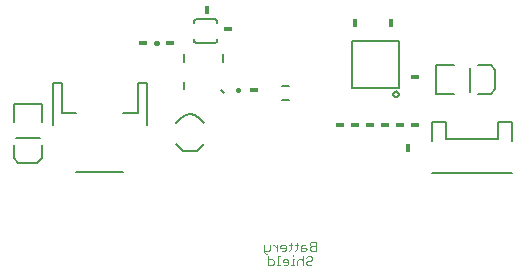
<source format=gbo>
G75*
G70*
%OFA0B0*%
%FSLAX24Y24*%
%IPPOS*%
%LPD*%
%AMOC8*
5,1,8,0,0,1.08239X$1,22.5*
%
%ADD10C,0.0030*%
%ADD11C,0.0050*%
%ADD12C,0.0080*%
%ADD13R,0.0280X0.0160*%
%ADD14R,0.0160X0.0280*%
%ADD15C,0.0160*%
%ADD16C,0.0060*%
D10*
X012478Y000653D02*
X012526Y000605D01*
X012574Y000605D01*
X012600Y000512D02*
X012600Y000222D01*
X012746Y000222D01*
X012794Y000270D01*
X012794Y000367D01*
X012746Y000415D01*
X012600Y000415D01*
X012478Y000653D02*
X012478Y000895D01*
X012671Y000895D02*
X012671Y000750D01*
X012623Y000702D01*
X012478Y000702D01*
X012772Y000895D02*
X012820Y000895D01*
X012917Y000798D01*
X012917Y000702D02*
X012917Y000895D01*
X013018Y000847D02*
X013018Y000798D01*
X013211Y000798D01*
X013211Y000750D02*
X013211Y000847D01*
X013163Y000895D01*
X013066Y000895D01*
X013018Y000847D01*
X013066Y000702D02*
X013163Y000702D01*
X013211Y000750D01*
X013311Y000702D02*
X013359Y000750D01*
X013359Y000944D01*
X013311Y000895D02*
X013408Y000895D01*
X013507Y000895D02*
X013604Y000895D01*
X013556Y000944D02*
X013556Y000750D01*
X013507Y000702D01*
X013433Y000560D02*
X013433Y000512D01*
X013433Y000415D02*
X013433Y000222D01*
X013481Y000222D02*
X013385Y000222D01*
X013285Y000270D02*
X013237Y000222D01*
X013140Y000222D01*
X013092Y000318D02*
X013285Y000318D01*
X013285Y000270D02*
X013285Y000367D01*
X013237Y000415D01*
X013140Y000415D01*
X013092Y000367D01*
X013092Y000318D01*
X012990Y000222D02*
X012894Y000222D01*
X012942Y000222D02*
X012942Y000512D01*
X012990Y000512D01*
X013433Y000415D02*
X013481Y000415D01*
X013583Y000367D02*
X013583Y000222D01*
X013583Y000367D02*
X013631Y000415D01*
X013728Y000415D01*
X013776Y000367D01*
X013877Y000318D02*
X013877Y000270D01*
X013926Y000222D01*
X014022Y000222D01*
X014071Y000270D01*
X014022Y000367D02*
X013926Y000367D01*
X013877Y000318D01*
X013776Y000222D02*
X013776Y000512D01*
X013877Y000464D02*
X013926Y000512D01*
X014022Y000512D01*
X014071Y000464D01*
X014071Y000415D01*
X014022Y000367D01*
X014048Y000702D02*
X014194Y000702D01*
X014194Y000992D01*
X014048Y000992D01*
X014000Y000944D01*
X014000Y000895D01*
X014048Y000847D01*
X014194Y000847D01*
X014048Y000847D02*
X014000Y000798D01*
X014000Y000750D01*
X014048Y000702D01*
X013899Y000750D02*
X013850Y000798D01*
X013705Y000798D01*
X013705Y000847D02*
X013705Y000702D01*
X013850Y000702D01*
X013899Y000750D01*
X013850Y000895D02*
X013754Y000895D01*
X013705Y000847D01*
D11*
X016781Y005922D02*
X016783Y005940D01*
X016789Y005958D01*
X016798Y005974D01*
X016810Y005987D01*
X016825Y005998D01*
X016842Y006006D01*
X016860Y006010D01*
X016878Y006010D01*
X016896Y006006D01*
X016913Y005998D01*
X016928Y005987D01*
X016940Y005974D01*
X016949Y005958D01*
X016955Y005940D01*
X016957Y005922D01*
X016955Y005904D01*
X016949Y005886D01*
X016940Y005870D01*
X016928Y005857D01*
X016913Y005846D01*
X016896Y005838D01*
X016878Y005834D01*
X016860Y005834D01*
X016842Y005838D01*
X016825Y005846D01*
X016810Y005857D01*
X016798Y005870D01*
X016789Y005886D01*
X016783Y005904D01*
X016781Y005922D01*
X016987Y006119D02*
X015413Y006119D01*
X015413Y007694D01*
X016987Y007694D01*
X016987Y006119D01*
X019350Y006007D02*
X019350Y006807D01*
X005000Y004457D02*
X004200Y004457D01*
D12*
X004128Y004213D02*
X004128Y003780D01*
X004285Y003622D01*
X004915Y003622D01*
X005072Y003780D01*
X005072Y004213D01*
X005425Y004900D02*
X005425Y006278D01*
X005740Y006278D01*
X005740Y005294D01*
X006213Y005294D01*
X005072Y005000D02*
X005072Y005591D01*
X004128Y005591D01*
X004128Y005000D01*
X006213Y003326D02*
X007787Y003326D01*
X008575Y004900D02*
X008575Y006278D01*
X008260Y006278D01*
X008260Y005294D01*
X007787Y005294D01*
X009528Y004961D02*
X009733Y005148D01*
X009763Y005173D01*
X009795Y005195D01*
X009830Y005213D01*
X009866Y005228D01*
X009903Y005240D01*
X009941Y005248D01*
X009980Y005252D01*
X010020Y005252D01*
X010059Y005248D01*
X010097Y005240D01*
X010134Y005228D01*
X010170Y005213D01*
X010205Y005195D01*
X010237Y005173D01*
X010267Y005148D01*
X010472Y004961D01*
X010472Y004252D02*
X010236Y004016D01*
X009764Y004016D01*
X009528Y004252D01*
X011139Y005968D02*
X011041Y006066D01*
X011100Y006987D02*
X011100Y007247D01*
X010835Y007633D02*
X010205Y007633D01*
X010189Y007638D01*
X010173Y007646D01*
X010159Y007656D01*
X010147Y007668D01*
X010137Y007683D01*
X010130Y007699D01*
X010126Y007716D01*
X010125Y007733D01*
X010127Y007751D01*
X009800Y007247D02*
X009800Y006987D01*
X009800Y006337D02*
X009800Y006077D01*
X010835Y007633D02*
X010851Y007638D01*
X010867Y007646D01*
X010881Y007656D01*
X010893Y007668D01*
X010903Y007683D01*
X010910Y007699D01*
X010914Y007716D01*
X010915Y007733D01*
X010913Y007751D01*
X010913Y008302D02*
X010915Y008320D01*
X010914Y008337D01*
X010910Y008354D01*
X010903Y008370D01*
X010893Y008385D01*
X010881Y008397D01*
X010867Y008407D01*
X010851Y008415D01*
X010835Y008420D01*
X010205Y008420D01*
X010189Y008415D01*
X010173Y008407D01*
X010159Y008397D01*
X010147Y008385D01*
X010137Y008370D01*
X010130Y008354D01*
X010126Y008337D01*
X010125Y008320D01*
X010127Y008302D01*
X018061Y004989D02*
X018061Y004359D01*
X018534Y004438D02*
X018534Y004989D01*
X018061Y004989D01*
X018534Y004438D02*
X020266Y004438D01*
X020266Y004989D01*
X020739Y004989D01*
X020739Y004359D01*
X020739Y003296D02*
X018061Y003296D01*
X018216Y005934D02*
X018806Y005934D01*
X018216Y005934D02*
X018216Y006879D01*
X018806Y006879D01*
X019594Y006879D02*
X020027Y006879D01*
X020184Y006722D01*
X020184Y006092D01*
X020027Y005934D01*
X019594Y005934D01*
D13*
X017500Y006507D03*
X017500Y004907D03*
X017000Y004907D03*
X016500Y004907D03*
X016000Y004907D03*
X015500Y004907D03*
X015000Y004907D03*
X012150Y006057D03*
X011280Y008087D03*
X009330Y007627D03*
X008440Y007627D03*
D14*
X010560Y008717D03*
X015500Y008307D03*
X016700Y008307D03*
X017260Y004127D03*
D15*
X011612Y006057D02*
X011588Y006057D01*
X008902Y007627D02*
X008878Y007627D01*
D16*
X013082Y006193D02*
X013318Y006193D01*
X013318Y005720D02*
X013082Y005720D01*
M02*

</source>
